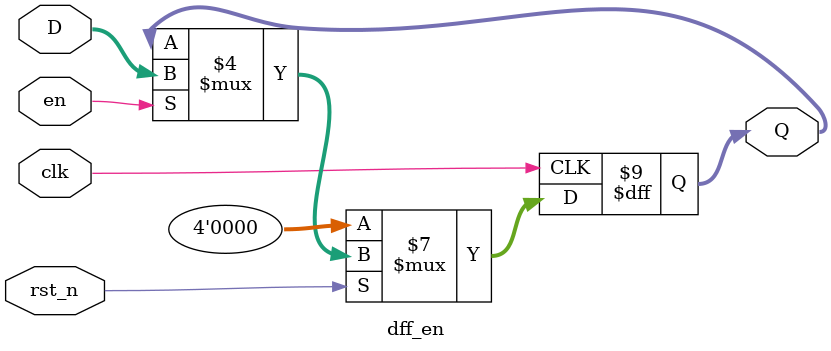
<source format=v>
module dff #(
  parameter WIDTH=4
) (
  input rst_n, clk,
  input [WIDTH-1:0] D,
  output reg [WIDTH-1:0] Q
);

  always @( posedge clk )
  begin
    if( !rst_n )
      Q <= 0;
    else
      Q <= D;
  end

endmodule

module dff_en #(
  parameter WIDTH=4
) (
  input rst_n, en, clk,
  input [WIDTH-1:0] D,
  output reg [WIDTH-1:0] Q
);

  always @( posedge clk )
  begin
    if( !rst_n )
      Q <= 0;
    else
      if( en )
        Q <= D;
      else
        Q <= Q;
  end

endmodule

</source>
